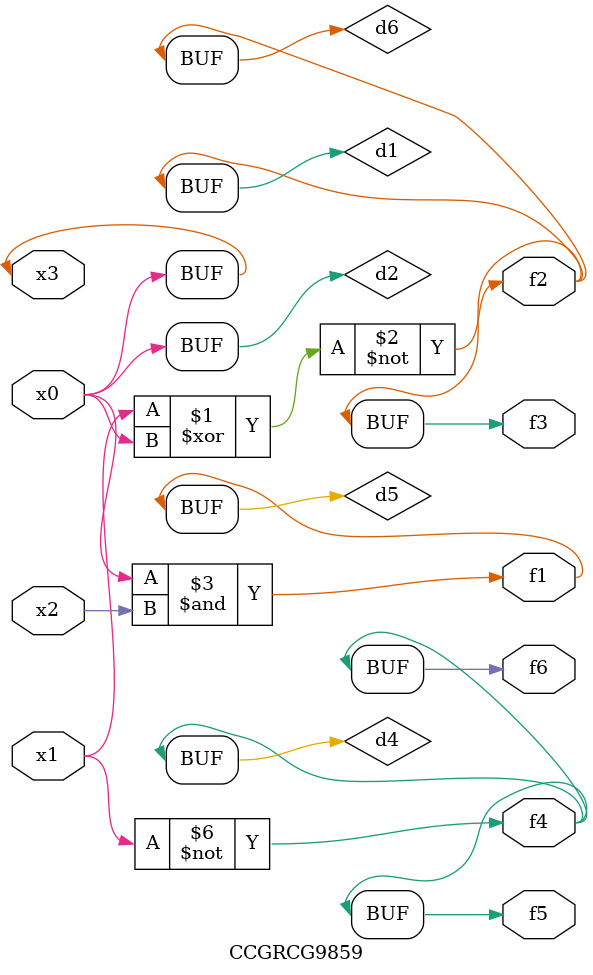
<source format=v>
module CCGRCG9859(
	input x0, x1, x2, x3,
	output f1, f2, f3, f4, f5, f6
);

	wire d1, d2, d3, d4, d5, d6;

	xnor (d1, x1, x3);
	buf (d2, x0, x3);
	nand (d3, x0, x2);
	not (d4, x1);
	nand (d5, d3);
	or (d6, d1);
	assign f1 = d5;
	assign f2 = d6;
	assign f3 = d6;
	assign f4 = d4;
	assign f5 = d4;
	assign f6 = d4;
endmodule

</source>
